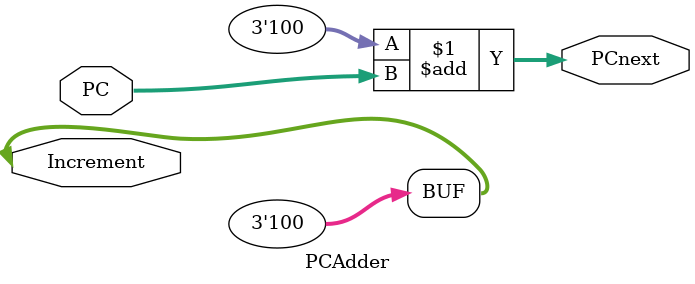
<source format=v>
`timescale 1ns / 1ps

module PCAdder(PC, Increment, PCnext);
    parameter BITSIZE = 32;
	
	input [BITSIZE-1:0] PC;
	input [2:0] Increment;
	output [BITSIZE-1:0] PCnext;
	
	assign Increment = 3'b100;
	assign PCnext = Increment + PC;
	
endmodule
</source>
